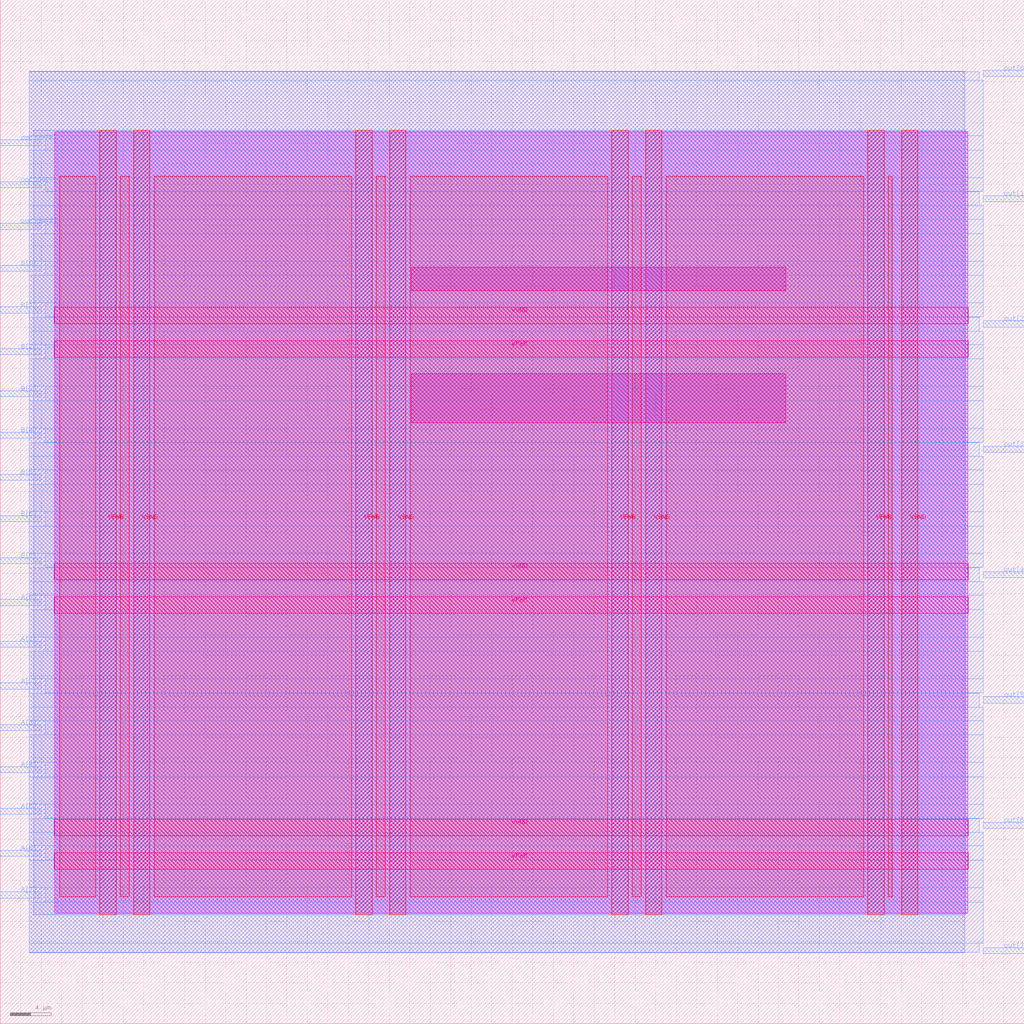
<source format=lef>
VERSION 5.7 ;
  NOWIREEXTENSIONATPIN ON ;
  DIVIDERCHAR "/" ;
  BUSBITCHARS "[]" ;
MACRO alu
  CLASS BLOCK ;
  FOREIGN alu ;
  ORIGIN 0.000 0.000 ;
  SIZE 100.000 BY 100.000 ;
  PIN A[0]
    DIRECTION INPUT ;
    USE SIGNAL ;
    ANTENNAGATEAREA 0.196500 ;
    PORT
      LAYER met3 ;
        RECT 0.000 40.840 4.000 41.440 ;
    END
  END A[0]
  PIN A[1]
    DIRECTION INPUT ;
    USE SIGNAL ;
    ANTENNAGATEAREA 0.213000 ;
    PORT
      LAYER met3 ;
        RECT 0.000 36.760 4.000 37.360 ;
    END
  END A[1]
  PIN A[2]
    DIRECTION INPUT ;
    USE SIGNAL ;
    ANTENNAGATEAREA 0.159000 ;
    PORT
      LAYER met3 ;
        RECT 0.000 32.680 4.000 33.280 ;
    END
  END A[2]
  PIN A[3]
    DIRECTION INPUT ;
    USE SIGNAL ;
    ANTENNAGATEAREA 0.159000 ;
    PORT
      LAYER met3 ;
        RECT 0.000 28.600 4.000 29.200 ;
    END
  END A[3]
  PIN A[4]
    DIRECTION INPUT ;
    USE SIGNAL ;
    ANTENNAGATEAREA 0.213000 ;
    PORT
      LAYER met3 ;
        RECT 0.000 24.520 4.000 25.120 ;
    END
  END A[4]
  PIN A[5]
    DIRECTION INPUT ;
    USE SIGNAL ;
    ANTENNAGATEAREA 0.159000 ;
    PORT
      LAYER met3 ;
        RECT 0.000 20.440 4.000 21.040 ;
    END
  END A[5]
  PIN A[6]
    DIRECTION INPUT ;
    USE SIGNAL ;
    ANTENNAGATEAREA 0.213000 ;
    PORT
      LAYER met3 ;
        RECT 0.000 16.360 4.000 16.960 ;
    END
  END A[6]
  PIN A[7]
    DIRECTION INPUT ;
    USE SIGNAL ;
    ANTENNAGATEAREA 0.159000 ;
    PORT
      LAYER met3 ;
        RECT 0.000 12.280 4.000 12.880 ;
    END
  END A[7]
  PIN B[0]
    DIRECTION INPUT ;
    USE SIGNAL ;
    ANTENNAGATEAREA 0.213000 ;
    PORT
      LAYER met3 ;
        RECT 0.000 73.480 4.000 74.080 ;
    END
  END B[0]
  PIN B[1]
    DIRECTION INPUT ;
    USE SIGNAL ;
    ANTENNAGATEAREA 0.213000 ;
    PORT
      LAYER met3 ;
        RECT 0.000 69.400 4.000 70.000 ;
    END
  END B[1]
  PIN B[2]
    DIRECTION INPUT ;
    USE SIGNAL ;
    ANTENNAGATEAREA 0.159000 ;
    PORT
      LAYER met3 ;
        RECT 0.000 65.320 4.000 65.920 ;
    END
  END B[2]
  PIN B[3]
    DIRECTION INPUT ;
    USE SIGNAL ;
    ANTENNAGATEAREA 0.213000 ;
    PORT
      LAYER met3 ;
        RECT 0.000 61.240 4.000 61.840 ;
    END
  END B[3]
  PIN B[4]
    DIRECTION INPUT ;
    USE SIGNAL ;
    ANTENNAGATEAREA 0.213000 ;
    PORT
      LAYER met3 ;
        RECT 0.000 57.160 4.000 57.760 ;
    END
  END B[4]
  PIN B[5]
    DIRECTION INPUT ;
    USE SIGNAL ;
    ANTENNAGATEAREA 0.159000 ;
    PORT
      LAYER met3 ;
        RECT 0.000 53.080 4.000 53.680 ;
    END
  END B[5]
  PIN B[6]
    DIRECTION INPUT ;
    USE SIGNAL ;
    ANTENNAGATEAREA 0.213000 ;
    PORT
      LAYER met3 ;
        RECT 0.000 49.000 4.000 49.600 ;
    END
  END B[6]
  PIN B[7]
    DIRECTION INPUT ;
    USE SIGNAL ;
    ANTENNAGATEAREA 0.213000 ;
    PORT
      LAYER met3 ;
        RECT 0.000 44.920 4.000 45.520 ;
    END
  END B[7]
  PIN VGND
    DIRECTION INOUT ;
    USE GROUND ;
    PORT
      LAYER met4 ;
        RECT 13.020 10.640 14.620 87.280 ;
    END
    PORT
      LAYER met4 ;
        RECT 38.020 10.640 39.620 87.280 ;
    END
    PORT
      LAYER met4 ;
        RECT 63.020 10.640 64.620 87.280 ;
    END
    PORT
      LAYER met4 ;
        RECT 88.020 10.640 89.620 87.280 ;
    END
    PORT
      LAYER met5 ;
        RECT 5.280 18.380 94.540 19.980 ;
    END
    PORT
      LAYER met5 ;
        RECT 5.280 43.380 94.540 44.980 ;
    END
    PORT
      LAYER met5 ;
        RECT 5.280 68.380 94.540 69.980 ;
    END
  END VGND
  PIN VPWR
    DIRECTION INOUT ;
    USE POWER ;
    PORT
      LAYER met4 ;
        RECT 9.720 10.640 11.320 87.280 ;
    END
    PORT
      LAYER met4 ;
        RECT 34.720 10.640 36.320 87.280 ;
    END
    PORT
      LAYER met4 ;
        RECT 59.720 10.640 61.320 87.280 ;
    END
    PORT
      LAYER met4 ;
        RECT 84.720 10.640 86.320 87.280 ;
    END
    PORT
      LAYER met5 ;
        RECT 5.280 15.080 94.540 16.680 ;
    END
    PORT
      LAYER met5 ;
        RECT 5.280 40.080 94.540 41.680 ;
    END
    PORT
      LAYER met5 ;
        RECT 5.280 65.080 94.540 66.680 ;
    END
  END VPWR
  PIN opcode[0]
    DIRECTION INPUT ;
    USE SIGNAL ;
    ANTENNAGATEAREA 0.159000 ;
    PORT
      LAYER met3 ;
        RECT 0.000 85.720 4.000 86.320 ;
    END
  END opcode[0]
  PIN opcode[1]
    DIRECTION INPUT ;
    USE SIGNAL ;
    ANTENNAGATEAREA 0.213000 ;
    PORT
      LAYER met3 ;
        RECT 0.000 81.640 4.000 82.240 ;
    END
  END opcode[1]
  PIN opcode[2]
    DIRECTION INPUT ;
    USE SIGNAL ;
    ANTENNAGATEAREA 0.213000 ;
    PORT
      LAYER met3 ;
        RECT 0.000 77.560 4.000 78.160 ;
    END
  END opcode[2]
  PIN out[0]
    DIRECTION OUTPUT ;
    USE SIGNAL ;
    ANTENNADIFFAREA 0.445500 ;
    PORT
      LAYER met3 ;
        RECT 96.000 92.520 100.000 93.120 ;
    END
  END out[0]
  PIN out[1]
    DIRECTION OUTPUT ;
    USE SIGNAL ;
    ANTENNADIFFAREA 0.445500 ;
    PORT
      LAYER met3 ;
        RECT 96.000 80.280 100.000 80.880 ;
    END
  END out[1]
  PIN out[2]
    DIRECTION OUTPUT ;
    USE SIGNAL ;
    ANTENNADIFFAREA 0.445500 ;
    PORT
      LAYER met3 ;
        RECT 96.000 68.040 100.000 68.640 ;
    END
  END out[2]
  PIN out[3]
    DIRECTION OUTPUT ;
    USE SIGNAL ;
    ANTENNADIFFAREA 0.445500 ;
    PORT
      LAYER met3 ;
        RECT 96.000 55.800 100.000 56.400 ;
    END
  END out[3]
  PIN out[4]
    DIRECTION OUTPUT ;
    USE SIGNAL ;
    ANTENNADIFFAREA 0.445500 ;
    PORT
      LAYER met3 ;
        RECT 96.000 43.560 100.000 44.160 ;
    END
  END out[4]
  PIN out[5]
    DIRECTION OUTPUT ;
    USE SIGNAL ;
    ANTENNADIFFAREA 0.891000 ;
    PORT
      LAYER met3 ;
        RECT 96.000 31.320 100.000 31.920 ;
    END
  END out[5]
  PIN out[6]
    DIRECTION OUTPUT ;
    USE SIGNAL ;
    ANTENNADIFFAREA 0.445500 ;
    PORT
      LAYER met3 ;
        RECT 96.000 19.080 100.000 19.680 ;
    END
  END out[6]
  PIN out[7]
    DIRECTION OUTPUT ;
    USE SIGNAL ;
    ANTENNADIFFAREA 0.445500 ;
    PORT
      LAYER met3 ;
        RECT 96.000 6.840 100.000 7.440 ;
    END
  END out[7]
  OBS
      LAYER nwell ;
        RECT 5.330 10.795 94.490 87.125 ;
      LAYER li1 ;
        RECT 5.520 10.795 94.300 87.125 ;
      LAYER met1 ;
        RECT 3.290 10.640 94.300 87.280 ;
      LAYER met2 ;
        RECT 2.850 6.955 94.200 93.005 ;
      LAYER met3 ;
        RECT 2.825 92.120 95.600 92.985 ;
        RECT 2.825 86.720 96.000 92.120 ;
        RECT 4.400 85.320 96.000 86.720 ;
        RECT 2.825 82.640 96.000 85.320 ;
        RECT 4.400 81.280 96.000 82.640 ;
        RECT 4.400 81.240 95.600 81.280 ;
        RECT 2.825 79.880 95.600 81.240 ;
        RECT 2.825 78.560 96.000 79.880 ;
        RECT 4.400 77.160 96.000 78.560 ;
        RECT 2.825 74.480 96.000 77.160 ;
        RECT 4.400 73.080 96.000 74.480 ;
        RECT 2.825 70.400 96.000 73.080 ;
        RECT 4.400 69.040 96.000 70.400 ;
        RECT 4.400 69.000 95.600 69.040 ;
        RECT 2.825 67.640 95.600 69.000 ;
        RECT 2.825 66.320 96.000 67.640 ;
        RECT 4.400 64.920 96.000 66.320 ;
        RECT 2.825 62.240 96.000 64.920 ;
        RECT 4.400 60.840 96.000 62.240 ;
        RECT 2.825 58.160 96.000 60.840 ;
        RECT 4.400 56.800 96.000 58.160 ;
        RECT 4.400 56.760 95.600 56.800 ;
        RECT 2.825 55.400 95.600 56.760 ;
        RECT 2.825 54.080 96.000 55.400 ;
        RECT 4.400 52.680 96.000 54.080 ;
        RECT 2.825 50.000 96.000 52.680 ;
        RECT 4.400 48.600 96.000 50.000 ;
        RECT 2.825 45.920 96.000 48.600 ;
        RECT 4.400 44.560 96.000 45.920 ;
        RECT 4.400 44.520 95.600 44.560 ;
        RECT 2.825 43.160 95.600 44.520 ;
        RECT 2.825 41.840 96.000 43.160 ;
        RECT 4.400 40.440 96.000 41.840 ;
        RECT 2.825 37.760 96.000 40.440 ;
        RECT 4.400 36.360 96.000 37.760 ;
        RECT 2.825 33.680 96.000 36.360 ;
        RECT 4.400 32.320 96.000 33.680 ;
        RECT 4.400 32.280 95.600 32.320 ;
        RECT 2.825 30.920 95.600 32.280 ;
        RECT 2.825 29.600 96.000 30.920 ;
        RECT 4.400 28.200 96.000 29.600 ;
        RECT 2.825 25.520 96.000 28.200 ;
        RECT 4.400 24.120 96.000 25.520 ;
        RECT 2.825 21.440 96.000 24.120 ;
        RECT 4.400 20.080 96.000 21.440 ;
        RECT 4.400 20.040 95.600 20.080 ;
        RECT 2.825 18.680 95.600 20.040 ;
        RECT 2.825 17.360 96.000 18.680 ;
        RECT 4.400 15.960 96.000 17.360 ;
        RECT 2.825 13.280 96.000 15.960 ;
        RECT 4.400 11.880 96.000 13.280 ;
        RECT 2.825 7.840 96.000 11.880 ;
        RECT 2.825 6.975 95.600 7.840 ;
      LAYER met4 ;
        RECT 5.815 12.415 9.320 82.785 ;
        RECT 11.720 12.415 12.620 82.785 ;
        RECT 15.020 12.415 34.320 82.785 ;
        RECT 36.720 12.415 37.620 82.785 ;
        RECT 40.020 12.415 59.320 82.785 ;
        RECT 61.720 12.415 62.620 82.785 ;
        RECT 65.020 12.415 84.320 82.785 ;
        RECT 86.720 12.415 87.105 82.785 ;
      LAYER met5 ;
        RECT 40.140 71.580 76.700 73.900 ;
        RECT 40.140 58.700 76.700 63.480 ;
  END
END alu
END LIBRARY


</source>
